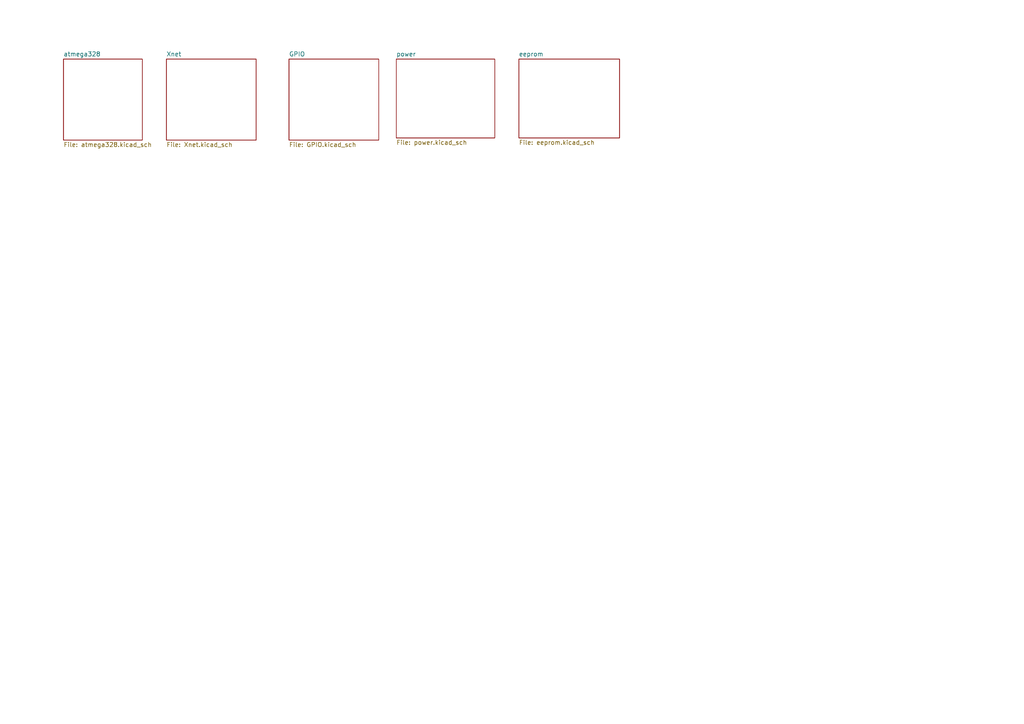
<source format=kicad_sch>
(kicad_sch (version 20211123) (generator eeschema)
  (paper "A4")
  (lib_symbols)
  (sheet (at 48.26 17.145) (size 26.035 23.495) (stroke (width 0.1524))
    (property "Sheet name" "Xnet" (at 48.26 16.4334 0) (effects (justify left bottom)))
    (property "Sheet file" "Xnet.kicad_sch" (at 48.26 41.2246 0) (effects (justify left top)))
  )
  (sheet (at 83.82 17.145) (size 26.035 23.495) (stroke (width 0.1524))
    (property "Sheet name" "GPIO" (at 83.82 16.4334 0) (effects (justify left bottom)))
    (property "Sheet file" "GPIO.kicad_sch" (at 83.82 41.2246 0) (effects (justify left top)))
  )
  (sheet (at 18.415 17.145) (size 22.86 23.495) (stroke (width 0.1524))
    (property "Sheet name" "atmega328" (at 18.415 16.4334 0) (effects (justify left bottom)))
    (property "Sheet file" "atmega328.kicad_sch" (at 18.415 41.2246 0) (effects (justify left top)))
  )
  (sheet (at 114.935 17.145) (size 28.575 22.86) (stroke (width 0.1524))
    (property "Sheet name" "power" (at 114.935 16.4334 0) (effects (justify left bottom)))
    (property "Sheet file" "power.kicad_sch" (at 114.935 40.5896 0) (effects (justify left top)))
  )
  (sheet (at 150.495 17.145) (size 29.21 22.86) (stroke (width 0.1524))
    (property "Sheet name" "eeprom" (at 150.495 16.4334 0) (effects (justify left bottom)))
    (property "Sheet file" "eeprom.kicad_sch" (at 150.495 40.5896 0) (effects (justify left top)))
  )
)
</source>
